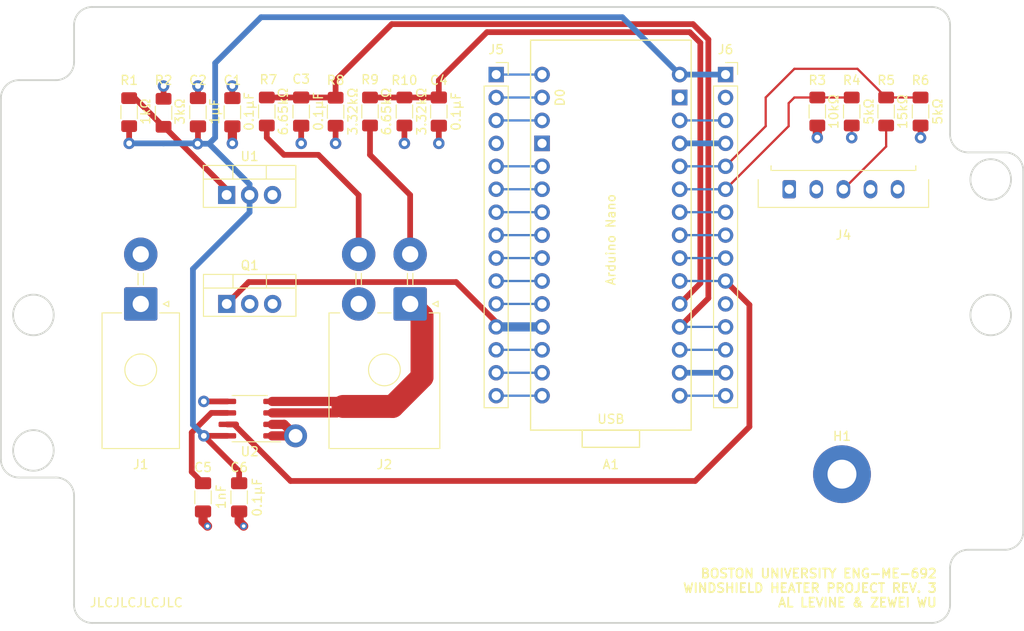
<source format=kicad_pcb>
(kicad_pcb (version 20240108) (generator "pcbnew") (generator_version "8.0")
  (title_block (title "Windshield Heater Controller PCB") (date "2024-05-02") (rev "3") (company "ME692"))
  (layers (0 "F.Cu" signal) (1 "In1.Cu" signal) (2 "In2.Cu" signal) (31 "B.Cu" signal) (34 "B.Paste" user) (35 "F.Paste" user) (36 "B.SilkS" user "B.Silkscreen") (37 "F.SilkS" user "F.Silkscreen") (38 "B.Mask" user) (39 "F.Mask" user) (44 "Edge.Cuts" user))
  (net 0 "")
  (net 1 "+3V3")
  (net 2 "/A0")
  (net 3 "/A1")
  (net 4 "/A2")
  (net 5 "/A3")
  (net 6 "/A4")
  (net 7 "/A5")
  (net 8 "/A6")
  (net 9 "/A7")
  (net 10 "/AREF")
  (net 11 "/D0")
  (net 12 "/D1")
  (net 13 "/D2")
  (net 14 "/D3")
  (net 15 "/D4")
  (net 16 "/D5")
  (net 17 "/D6")
  (net 18 "/D7")
  (net 19 "/D8")
  (net 20 "/D9")
  (net 21 "/D10")
  (net 22 "/D11")
  (net 23 "/D12")
  (net 24 "/D13")
  (net 25 "GND")
  (net 26 "+12V")
  (net 28 "Net-(J4-Pin_3)")
  (net 29 "+5V")
  (net 30 "Net-(U1-ADJ)")
  (net 31 "Net-(J2-Pin_1)")
  (net 32 "/RST1")
  (net 33 "/RST2")
  (net 34 "Net-(J2-Pin_2)")
  (net 35 "Net-(U2-FILTER)")
  (net 36 "Net-(J2-Pin_3)")
  (net 37 "Net-(J2-Pin_4)")
  (footprint "Resistor_SMD:R_1206_3216Metric_Pad1.30x1.75mm_HandSolder" (layer "F.Cu") (at 99.06 67.59 90)
    (property "Reference" "R7" (at 3.53 0.1825 180) (layer "F.SilkS"))
    (property "Value" "6.65kΩ" (at 0 1.82 90) (layer "F.SilkS"))
    (fp_line (start -0.727064 -0.91) (end 0.727064 -0.91) (stroke (width 0.12)) (layer "F.SilkS"))
    (fp_line (start -0.727064 0.91) (end 0.727064 0.91) (stroke (width 0.12)) (layer "F.SilkS"))
    (pad "1" smd roundrect (at -1.55 0 90) (size 1.3 1.75) (layers "F.Cu" "F.Paste" "F.Mask") (roundrect_rratio 0.192308) (net 37 "Net-(J2-Pin_4)"))
    (pad "2" smd roundrect (at 1.55 0 90) (size 1.3 1.75) (layers "F.Cu" "F.Paste" "F.Mask") (roundrect_rratio 0.192308) (net 2 "/A0"))
  )
  (footprint "Capacitor_SMD:C_1206_3216Metric_Pad1.33x1.80mm_HandSolder" (layer "F.Cu") (at 102.87 67.6025 -90)
    (property "Reference" "C3" (at -3.6025 0 0) (layer "F.SilkS"))
    (property "Value" "0.1μF" (at -0.0125 -1.905 -90) (layer "F.SilkS"))
    (fp_line (start -0.711252 0.91) (end 0.711252 0.91) (stroke (width 0.12)) (layer "F.SilkS"))
    (fp_line (start -0.711252 -0.91) (end 0.711252 -0.91) (stroke (width 0.12)) (layer "F.SilkS"))
    (pad "1" smd roundrect (at -1.5625 0 270) (size 1.325 1.8) (layers "F.Cu" "F.Paste" "F.Mask") (roundrect_rratio 0.188679) (net 2 "/A0"))
    (pad "2" smd roundrect (at 1.5625 0 270) (size 1.325 1.8) (layers "F.Cu" "F.Paste" "F.Mask") (roundrect_rratio 0.188679) (net 25 "GND"))
  )
  (footprint "Package_TO_SOT_THT:TO-220-3_Vertical" (layer "F.Cu") (at 94.63 88.9)
    (property "Reference" "Q1" (at 2.54 -4.27 0) (layer "F.SilkS"))
    (property "Value" "Power MOSFET")
    (fp_line (start -2.58 -3.27) (end -2.58 1.371) (stroke (width 0.12)) (layer "F.SilkS"))
    (fp_line (start -2.58 -3.27) (end 7.66 -3.27) (stroke (width 0.12)) (layer "F.SilkS"))
    (fp_line (start -2.58 -1.76) (end 7.66 -1.76) (stroke (width 0.12)) (layer "F.SilkS"))
    (fp_line (start -2.58 1.371) (end 7.66 1.371) (stroke (width 0.12)) (layer "F.SilkS"))
    (fp_line (start 0.69 -3.27) (end 0.69 -1.76) (stroke (width 0.12)) (layer "F.SilkS"))
    (fp_line (start 4.391 -3.27) (end 4.391 -1.76) (stroke (width 0.12)) (layer "F.SilkS"))
    (fp_line (start 7.66 -3.27) (end 7.66 1.371) (stroke (width 0.12)) (layer "F.SilkS"))
    (pad "1" thru_hole rect (at 0 0) (size 1.905 2) (drill 1.1) (layers "*.Cu" "*.Mask") (net 20 "/D9"))
    (pad "2" thru_hole oval (at 2.54 0) (size 1.905 2) (drill 1.1) (layers "*.Cu" "*.Mask") (net 34 "Net-(J2-Pin_2)"))
    (pad "3" thru_hole oval (at 5.08 0) (size 1.905 2) (drill 1.1) (layers "*.Cu" "*.Mask") (net 25 "GND"))
  )
  (footprint "Connector_PinSocket_2.54mm:PinSocket_1x15_P2.54mm_Vertical" (layer "F.Cu") (at 149.86 63.5)
    (property "Reference" "J6" (at 0 -2.77 0) (layer "F.SilkS"))
    (property "Value" "GPIO")
    (fp_line (start -1.33 1.27) (end -1.33 36.89) (stroke (width 0.12)) (layer "F.SilkS"))
    (fp_line (start -1.33 1.27) (end 1.33 1.27) (stroke (width 0.12)) (layer "F.SilkS"))
    (fp_line (start -1.33 36.89) (end 1.33 36.89) (stroke (width 0.12)) (layer "F.SilkS"))
    (fp_line (start 0 -1.33) (end 1.33 -1.33) (stroke (width 0.12)) (layer "F.SilkS"))
    (fp_line (start 1.33 -1.33) (end 1.33 0) (stroke (width 0.12)) (layer "F.SilkS"))
    (fp_line (start 1.33 1.27) (end 1.33 36.89) (stroke (width 0.12)) (layer "F.SilkS"))
    (pad "1" thru_hole rect (at 0 0) (size 1.7 1.7) (drill 1) (layers "*.Cu" "*.Mask") (net 29 "+5V"))
    (pad "2" thru_hole oval (at 0 2.54) (size 1.7 1.7) (drill 1) (layers "*.Cu" "*.Mask") (net 25 "GND"))
    (pad "3" thru_hole oval (at 0 5.08) (size 1.7 1.7) (drill 1) (layers "*.Cu" "*.Mask") (net 33 "/RST2"))
    (pad "4" thru_hole oval (at 0 7.62) (size 1.7 1.7) (drill 1) (layers "*.Cu" "*.Mask") (net 29 "+5V"))
    (pad "5" thru_hole oval (at 0 10.16) (size 1.7 1.7) (drill 1) (layers "*.Cu" "*.Mask") (net 9 "/A7"))
    (pad "6" thru_hole oval (at 0 12.7) (size 1.7 1.7) (drill 1) (layers "*.Cu" "*.Mask") (net 8 "/A6"))
    (pad "7" thru_hole oval (at 0 15.24) (size 1.7 1.7) (drill 1) (layers "*.Cu" "*.Mask") (net 7 "/A5"))
    (pad "8" thru_hole oval (at 0 17.78) (size 1.7 1.7) (drill 1) (layers "*.Cu" "*.Mask") (net 6 "/A4"))
    (pad "9" thru_hole oval (at 0 20.32) (size 1.7 1.7) (drill 1) (layers "*.Cu" "*.Mask") (net 5 "/A3"))
    (pad "10" thru_hole oval (at 0 22.86) (size 1.7 1.7) (drill 1) (layers "*.Cu" "*.Mask") (net 4 "/A2"))
    (pad "11" thru_hole oval (at 0 25.4) (size 1.7 1.7) (drill 1) (layers "*.Cu" "*.Mask") (net 3 "/A1"))
    (pad "12" thru_hole oval (at 0 27.94) (size 1.7 1.7) (drill 1) (layers "*.Cu" "*.Mask") (net 2 "/A0"))
    (pad "13" thru_hole oval (at 0 30.48) (size 1.7 1.7) (drill 1) (layers "*.Cu" "*.Mask") (net 10 "/AREF"))
    (pad "14" thru_hole oval (at 0 33.02) (size 1.7 1.7) (drill 1) (layers "*.Cu" "*.Mask") (net 1 "+3V3"))
    (pad "15" thru_hole oval (at 0 35.56) (size 1.7 1.7) (drill 1) (layers "*.Cu" "*.Mask") (net 24 "/D13"))
  )
  (footprint "Connector_Molex:Molex_Mega-Fit_76825-0002_2x01_P5.70mm_Horizontal" (layer "F.Cu") (at 85.105 88.9 180)
    (property "Reference" "J1" (at 0 -17.78 0) (layer "F.SilkS"))
    (property "Value" "Power In" (hide yes))
    (fp_line (start 4.285 -0.99) (end 2.11 -0.99) (stroke (width 0.12)) (layer "F.SilkS"))
    (fp_line (start 4.285 -16.01) (end 4.285 -0.99) (stroke (width 0.12)) (layer "F.SilkS"))
    (fp_line (start 0.3 2.11) (end 0.3 3.39) (stroke (width 0.12)) (layer "F.SilkS"))
    (fp_line (start 0 -16.01) (end 4.285 -16.01) (stroke (width 0.12)) (layer "F.SilkS"))
    (fp_line (start 0 -16.01) (end -4.285 -16.01) (stroke (width 0.12)) (layer "F.SilkS"))
    (fp_line (start -0.3 2.11) (end -0.3 3.39) (stroke (width 0.12)) (layer "F.SilkS"))
    (fp_line (start -2.5 0) (end -3.1 0.3) (stroke (width 0.12)) (layer "F.SilkS"))
    (fp_line (start -3.1 0.3) (end -3.1 -0.3) (stroke (width 0.12)) (layer "F.SilkS"))
    (fp_line (start -3.1 -0.3) (end -2.5 0) (stroke (width 0.12)) (layer "F.SilkS"))
    (fp_line (start -4.285 -0.99) (end -2.11 -0.99) (stroke (width 0.12)) (layer "F.SilkS"))
    (fp_line (start -4.285 -16.01) (end -4.285 -0.99) (stroke (width 0.12)) (layer "F.SilkS"))
    (fp_circle (center 0 -7.3) (end 1.76 -7.3) (stroke (width 0.12)) (fill none) (layer "F.SilkS"))
    (pad "" np_thru_hole circle (at 0 -7.3 180) (size 3 3) (drill 3) (layers "*.Cu" "*.Mask"))
    (pad "1" thru_hole roundrect (at 0 0 180) (size 3.7 3.7) (drill 1.8) (layers "*.Cu" "*.Mask") (roundrect_rratio 0.06756810811) (net 25 "GND"))
    (pad "2" thru_hole circle (at 0 5.5 180) (size 3.7 3.7) (drill 1.8) (layers "*.Cu" "*.Mask") (net 26 "+12V"))
  )
  (footprint "Resistor_SMD:R_1206_3216Metric_Pad1.30x1.75mm_HandSolder" (layer "F.Cu") (at 87.63 67.735 90)
    (property "Reference" "R2" (at 3.6 0 180) (layer "F.SilkS"))
    (property "Value" "3kΩ" (at 0.145 1.82 90) (layer "F.SilkS"))
    (fp_line (start -0.727064 -0.91) (end 0.727064 -0.91) (stroke (width 0.12)) (layer "F.SilkS"))
    (fp_line (start -0.727064 0.91) (end 0.727064 0.91) (stroke (width 0.12)) (layer "F.SilkS"))
    (pad "1" smd roundrect (at -1.55 0 90) (size 1.3 1.75) (layers "F.Cu" "F.Paste" "F.Mask") (roundrect_rratio 0.1923076923) (net 30 "Net-(U1-ADJ)"))
    (pad "2" smd roundrect (at 1.55 0 90) (size 1.3 1.75) (layers "F.Cu" "F.Paste" "F.Mask") (roundrect_rratio 0.1923076923) (net 25 "GND"))
  )
  (footprint "Connector_Molex:Molex_Mega-Fit_76825-0004_2x02_P5.70mm_Horizontal" (layer "F.Cu") (at 114.935 88.9 180)
    (property "Reference" "J2" (at 2.85 -17.78 0) (layer "F.SilkS"))
    (property "Value" "Heater" (hide yes))
    (fp_line (start 8.985 -0.99) (end 7.81 -0.99) (stroke (width 0.12)) (layer "F.SilkS"))
    (fp_line (start 8.985 -16.01) (end 8.985 -0.99) (stroke (width 0.12)) (layer "F.SilkS"))
    (fp_line (start 6 2.11) (end 6 3.39) (stroke (width 0.12)) (layer "F.SilkS"))
    (fp_line (start 5.4 2.11) (end 5.4 3.39) (stroke (width 0.12)) (layer "F.SilkS"))
    (fp_line (start 2.85 -16.01) (end 8.985 -16.01) (stroke (width 0.12)) (layer "F.SilkS"))
    (fp_line (start 2.85 -16.01) (end -3.285 -16.01) (stroke (width 0.12)) (layer "F.SilkS"))
    (fp_line (start 2.11 -0.99) (end 3.59 -0.99) (stroke (width 0.12)) (layer "F.SilkS"))
    (fp_line (start 0.3 2.11) (end 0.3 3.39) (stroke (width 0.12)) (layer "F.SilkS"))
    (fp_line (start -0.3 2.11) (end -0.3 3.39) (stroke (width 0.12)) (layer "F.SilkS"))
    (fp_line (start -2.5 0) (end -3.1 0.3) (stroke (width 0.12)) (layer "F.SilkS"))
    (fp_line (start -3.1 0.3) (end -3.1 -0.3) (stroke (width 0.12)) (layer "F.SilkS"))
    (fp_line (start -3.1 -0.3) (end -2.5 0) (stroke (width 0.12)) (layer "F.SilkS"))
    (fp_line (start -3.285 -0.99) (end -2.11 -0.99) (stroke (width 0.12)) (layer "F.SilkS"))
    (fp_line (start -3.285 -16.01) (end -3.285 -0.99) (stroke (width 0.12)) (layer "F.SilkS"))
    (fp_circle (center 2.85 -7.3) (end 4.61 -7.3) (stroke (width 0.12)) (fill none) (layer "F.SilkS"))
    (pad "" np_thru_hole circle (at 2.85 -7.3 180) (size 3 3) (drill 3) (layers "*.Cu" "*.Mask"))
    (pad "1" thru_hole roundrect (at 0 0 180) (size 3.7 3.7) (drill 1.8) (layers "*.Cu" "*.Mask") (roundrect_rratio 0.067568) (net 31 "Net-(J2-Pin_1)"))
    (pad "2" thru_hole circle (at 5.7 0 180) (size 3.7 3.7) (drill 1.8) (layers "*.Cu" "*.Mask") (net 34 "Net-(J2-Pin_2)"))
    (pad "3" thru_hole circle (at 0 5.5 180) (size 3.7 3.7) (drill 1.8) (layers "*.Cu" "*.Mask") (net 36 "Net-(J2-Pin_3)"))
    (pad "4" thru_hole circle (at 5.7 5.5 180) (size 3.7 3.7) (drill 1.8) (layers "*.Cu" "*.Mask") (net 37 "Net-(J2-Pin_4)"))
  )
  (footprint "Package_TO_SOT_THT:TO-220-3_Vertical" (layer "F.Cu") (at 94.615 76.835)
    (property "Reference" "U1" (at 2.54 -4.27 0) (layer "F.SilkS"))
    (property "Value" "Voltage Regulator")
    (fp_line (start -2.58 -3.27) (end -2.58 1.371) (stroke (width 0.12)) (layer "F.SilkS"))
    (fp_line (start -2.58 -3.27) (end 7.66 -3.27) (stroke (width 0.12)) (layer "F.SilkS"))
    (fp_line (start -2.58 -1.76) (end 7.66 -1.76) (stroke (width 0.12)) (layer "F.SilkS"))
    (fp_line (start -2.58 1.371) (end 7.66 1.371) (stroke (width 0.12)) (layer "F.SilkS"))
    (fp_line (start 0.69 -3.27) (end 0.69 -1.76) (stroke (width 0.12)) (layer "F.SilkS"))
    (fp_line (start 4.391 -3.27) (end 4.391 -1.76) (stroke (width 0.12)) (layer "F.SilkS"))
    (fp_line (start 7.66 -3.27) (end 7.66 1.371) (stroke (width 0.12)) (layer "F.SilkS"))
    (pad "1" thru_hole rect (at 0 0) (size 1.905 2) (drill 1.1) (layers "*.Cu" "*.Mask") (net 30 "Net-(U1-ADJ)"))
    (pad "2" thru_hole oval (at 2.54 0) (size 1.905 2) (drill 1.1) (layers "*.Cu" "*.Mask") (net 29 "+5V"))
    (pad "3" thru_hole oval (at 5.08 0) (size 1.905 2) (drill 1.1) (layers "*.Cu" "*.Mask") (net 26 "+12V"))
  )
  (footprint "Resistor_SMD:R_1206_3216Metric_Pad1.30x1.75mm_HandSolder" (layer "F.Cu") (at 171.45 67.59 -90)
    (property "Reference" "R6" (at -3.455 0 0) (layer "F.SilkS"))
    (property "Value" "5kΩ" (at 0 -1.905 90) (layer "F.SilkS"))
    (fp_line (start -0.727064 0.91) (end 0.727064 0.91) (stroke (width 0.12)) (layer "F.SilkS"))
    (fp_line (start -0.727064 -0.91) (end 0.727064 -0.91) (stroke (width 0.12)) (layer "F.SilkS"))
    (pad "1" smd roundrect (at -1.55 0 270) (size 1.3 1.75) (layers "F.Cu" "F.Paste" "F.Mask") (roundrect_rratio 0.1923076923) (net 9 "/A7"))
    (pad "2" smd roundrect (at 1.55 0 270) (size 1.3 1.75) (layers "F.Cu" "F.Paste" "F.Mask") (roundrect_rratio 0.1923076923) (net 25 "GND"))
  )
  (footprint "Capacitor_SMD:C_1206_3216Metric_Pad1.33x1.80mm_HandSolder" (layer "F.Cu") (at 118.11 67.6025 -90)
    (property "Reference" "C4" (at -3.4675 0 0) (layer "F.SilkS"))
    (property "Value" "0.1μF" (at -0.0125 -1.905 -90) (layer "F.SilkS"))
    (fp_line (start -0.711252 0.91) (end 0.711252 0.91) (stroke (width 0.12)) (layer "F.SilkS"))
    (fp_line (start -0.711252 -0.91) (end 0.711252 -0.91) (stroke (width 0.12)) (layer "F.SilkS"))
    (pad "1" smd roundrect (at -1.5625 0 270) (size 1.325 1.8) (layers "F.Cu" "F.Paste" "F.Mask") (roundrect_rratio 0.188679) (net 3 "/A1"))
    (pad "2" smd roundrect (at 1.5625 0 270) (size 1.325 1.8) (layers "F.Cu" "F.Paste" "F.Mask") (roundrect_rratio 0.188679) (net 25 "GND"))
  )
  (footprint "Capacitor_SMD:C_1206_3216Metric_Pad1.33x1.80mm_HandSolder" (layer "F.Cu") (at 91.44 67.6725 90)
    (property "Reference" "C2" (at 3.5375 0 180) (layer "F.SilkS"))
    (property "Value" "1μF" (at 0.0825 1.85 90) (layer "F.SilkS"))
    (fp_line (start -0.711252 -0.91) (end 0.711252 -0.91) (stroke (width 0.12)) (layer "F.SilkS"))
    (fp_line (start -0.711252 0.91) (end 0.711252 0.91) (stroke (width 0.12)) (layer "F.SilkS"))
    (pad "1" smd roundrect (at -1.5625 0 90) (size 1.325 1.8) (layers "F.Cu" "F.Paste" "F.Mask") (roundrect_rratio 0.1886792453) (net 29 "+5V"))
    (pad "2" smd roundrect (at 1.5625 0 90) (size 1.325 1.8) (layers "F.Cu" "F.Paste" "F.Mask") (roundrect_rratio 0.1886792453) (net 25 "GND"))
  )
  (footprint "Capacitor_SMD:C_1206_3216Metric_Pad1.33x1.80mm_HandSolder" (layer "F.Cu") (at 96 110.3125 -90)
    (property "Reference" "C6" (at -3.3125 0 180) (layer "F.SilkS"))
    (property "Value" "0.1μF" (at 0 -2 90) (layer "F.SilkS"))
    (fp_line (start -0.711252 0.91) (end 0.711252 0.91) (stroke (width 0.12)) (layer "F.SilkS"))
    (fp_line (start -0.711252 -0.91) (end 0.711252 -0.91) (stroke (width 0.12)) (layer "F.SilkS"))
    (pad "1" smd roundrect (at -1.5625 0 270) (size 1.325 1.8) (layers "F.Cu" "F.Paste" "F.Mask") (roundrect_rratio 0.188679) (net 29 "+5V"))
    (pad "2" smd roundrect (at 1.5625 0 270) (size 1.325 1.8) (layers "F.Cu" "F.Paste" "F.Mask") (roundrect_rratio 0.188679) (net 25 "GND"))
  )
  (footprint "PCM_arduino-library:Arduino_Nano_Socket" (layer "F.Cu") (at 137.16 102.87)
    (property "Reference" "A1" (at 0 3.81 0) (layer "F.SilkS"))
    (property "Value" "Arduino Nano" (at 0 -21.082 90) (layer "F.SilkS"))
    (fp_line (start -8.89 -43.18) (end -8.89 0) (stroke (width 0.15)) (layer "F.SilkS"))
    (fp_line (start -8.89 -43.18) (end 8.89 -43.18) (stroke (width 0.15)) (layer "F.SilkS"))
    (fp_line (start -8.89 0) (end 8.89 0) (stroke (width 0.15)) (layer "F.SilkS"))
    (fp_line (start 8.89 -43.18) (end 8.89 0) (stroke (width 0.15)) (layer "F.SilkS"))
    (fp_text user "D0" (at -5.715 -36.83 -90) (layer "F.SilkS") (effects (justify mirror)))
    (pad "" np_thru_hole circle (at -7.62 -41.91) (size 1.8 1.8) (drill 1.8) (layers "F&B.Cu" "*.Mask"))
    (pad "" np_thru_hole circle (at -7.62 -1.27) (size 1.8 1.8) (drill 1.8) (layers "F&B.Cu" "*.Mask"))
    (pad "" np_thru_hole circle (at 7.62 -41.91) (size 1.8 1.8) (drill 1.8) (layers "F&B.Cu" "*.Mask"))
    (pad "" np_thru_hole circle (at 7.62 -1.27) (size 1.8 1.8) (drill 1.8) (layers "F&B.Cu" "*.Mask"))
    (pad "3V3" thru_hole circle (at 7.62 -6.35) (size 1.7272 1.7272) (drill 1.016) (layers "*.Cu" "*.Mask") (net 1 "+3V3"))
    (pad "5V" thru_hole circle (at 7.62 -31.75) (size 1.7272 1.7272) (drill 1.016) (layers "*.Cu" "*.Mask") (net 29 "+5V"))
    (pad "A0" thru_hole circle (at 7.62 -11.43) (size 1.7272 1.7272) (drill 1.016) (layers "*.Cu" "*.Mask") (net 2 "/A0"))
    (pad "A1" thru_hole circle (at 7.62 -13.97) (size 1.7272 1.7272) (drill 1.016) (layers "*.Cu" "*.Mask") (net 3 "/A1"))
    (pad "A2" thru_hole circle (at 7.62 -16.51) (size 1.7272 1.7272) (drill 1.016) (layers "*.Cu" "*.Mask") (net 4 "/A2"))
    (pad "A3" thru_hole circle (at 7.62 -19.05) (size 1.7272 1.7272) (drill 1.016) (layers "*.Cu" "*.Mask") (net 5 "/A3"))
    (pad "A4" thru_hole circle (at 7.62 -21.59) (size 1.7272 1.7272) (drill 1.016) (layers "*.Cu" "*.Mask") (net 6 "/A4"))
    (pad "A5" thru_hole circle (at 7.62 -24.13) (size 1.7272 1.7272) (drill 1.016) (layers "*.Cu" "*.Mask") (net 7 "/A5"))
    (pad "A6" thru_hole circle (at 7.62 -26.67) (size 1.7272 1.7272) (drill 1.016) (layers "*.Cu" "*.Mask") (net 8 "/A6"))
    (pad "A7" thru_hole circle (at 7.62 -29.21) (size 1.7272 1.7272) (drill 1.016) (layers "*.Cu" "*.Mask") (net 9 "/A7"))
    (pad "AREF" thru_hole circle (at 7.62 -8.89) (size 1.7272 1.7272) (drill 1.016) (layers "*.Cu" "*.Mask") (net 10 "/AREF"))
    (pad "D0" thru_hole circle (at -7.62 -36.83) (size 1.7272 1.7272) (drill 1.016) (layers "*.Cu" "*.Mask") (net 11 "/D0"))
    (pad "D1" thru_hole circle (at -7.62 -39.37) (size 1.7272 1.7272) (drill 1.016) (layers "*.Cu" "*.Mask") (net 12 "/D1"))
    (pad "D2" thru_hole circle (at -7.62 -29.21) (size 1.7272 1.7272) (drill 1.016) (layers "*.Cu" "*.Mask") (net 13 "/D2"))
    (pad "D3" thru_hole circle (at -7.62 -26.67) (size 1.7272 1.7272) (drill 1.016) (layers "*.Cu" "*.Mask") (net 14 "/D3"))
    (pad "D4" thru_hole circle (at -7.62 -24.13) (size 1.7272 1.7272) (drill 1.016) (layers "*.Cu" "*.Mask") (net 15 "/D4"))
    (pad "D5" thru_hole circle (at -7.62 -21.59) (size 1.7272 1.7272) (drill 1.016) (layers "*.Cu" "*.Mask") (net 16 "/D5"))
    (pad "D6" thru_hole circle (at -7.62 -19.05) (size 1.7272 1.7272) (drill 1.016) (layers "*.Cu" "*.Mask") (net 17 "/D6"))
    (pad "D7" thru_hole circle (at -7.62 -16.51) (size 1.7272 1.7272) (drill 1.016) (layers "*.Cu" "*.Mask") (net 18 "/D7"))
    (pad "D8" thru_hole circle (at -7.62 -13.97) (size 1.7272 1.7272) (drill 1.016) (layers "*.Cu" "*.Mask") (net 19 "/D8"))
    (pad "D9" thru_hole circle (at -7.62 -11.43) (size 1.7272 1.7272) (drill 1.016) (layers "*.Cu" "*.Mask") (net 20 "/D9"))
    (pad "D10" thru_hole circle (at -7.62 -8.89) (size 1.7272 1.7272) (drill 1.016) (layers "*.Cu" "*.Mask") (net 21 "/D10"))
    (pad "D11" thru_hole circle (at -7.62 -6.35) (size 1.7272 1.7272) (drill 1.016) (layers "*.Cu" "*.Mask") (net 22 "/D11"))
    (pad "D12" thru_hole circle (at -7.62 -3.81) (size 1.7272 1.7272) (drill 1.016) (layers "*.Cu" "*.Mask") (net 23 "/D12"))
    (pad "D13" thru_hole circle (at 7.62 -3.81) (size 1.7272 1.7272) (drill 1.016) (layers "*.Cu" "*.Mask") (net 24 "/D13"))
    (pad "GND1" thru_hole rect (at -7.62 -31.75) (size 1.7272 1.7272) (drill 1.016) (layers "*.Cu" "*.Mask") (net 25 "GND"))
    (pad "GND2" thru_hole rect (at 7.62 -36.83) (size 1.7272 1.7272) (drill 1.016) (layers "*.Cu" "*.Mask") (net 25 "GND"))
    (pad "RST1" thru_hole circle (at -7.62 -34.29) (size 1.7272 1.7272) (drill 1.016) (layers "*.Cu" "*.Mask") (net 32 "/RST1"))
    (pad "RST2" thru_hole circle (at 7.62 -34.29) (size 1.7272 1.7272) (drill 1.016) (layers "*.Cu" "*.Mask") (net 33 "/RST2"))
    (pad "VIN" thru_hole circle (at 7.62 -39.37) (size 1.7272 1.7272) (drill 1.016) (layers "*.Cu" "*.Mask") (net 29 "+5V"))
  )
  (footprint "Connector_PinSocket_2.54mm:PinSocket_1x15_P2.54mm_Vertical" (layer "F.Cu") (at 124.46 63.5)
    (property "Reference" "J5" (at 0 -2.77 0) (layer "F.SilkS"))
    (property "Value" "GPIO")
    (fp_line (start -1.33 1.27) (end -1.33 36.89) (stroke (width 0.12)) (layer "F.SilkS"))
    (fp_line (start -1.33 1.27) (end 1.33 1.27) (stroke (width 0.12)) (layer "F.SilkS"))
    (fp_line (start -1.33 36.89) (end 1.33 36.89) (stroke (width 0.12)) (layer "F.SilkS"))
    (fp_line (start 0 -1.33) (end 1.33 -1.33) (stroke (width 0.12)) (layer "F.SilkS"))
    (fp_line (start 1.33 -1.33) (end 1.33 0) (stroke (width 0.12)) (layer "F.SilkS"))
    (fp_line (start 1.33 1.27) (end 1.33 36.89) (stroke (width 0.12)) (layer "F.SilkS"))
    (pad "1" thru_hole rect (at 0 0) (size 1.7 1.7) (drill 1) (layers "*.Cu" "*.Mask") (net 12 "/D1"))
    (pad "2" thru_hole oval (at 0 2.54) (size 1.7 1.7) (drill 1) (layers "*.Cu" "*.Mask") (net 11 "/D0"))
    (pad "3" thru_hole oval (at 0 5.08) (size 1.7 1.7) (drill 1) (layers "*.Cu" "*.Mask") (net 32 "/RST1"))
    (pad "4" thru_hole oval (at 0 7.62) (size 1.7 1.7) (drill 1) (layers "*.Cu" "*.Mask") (net 25 "GND"))
    (pad "5" thru_hole oval (at 0 10.16) (size 1.7 1.7) (drill 1) (layers "*.Cu" "*.Mask") (net 13 "/D2"))
    (pad "6" thru_hole oval (at 0 12.7) (size 1.7 1.7) (drill 1) (layers "*.Cu" "*.Mask") (net 14 "/D3"))
    (pad "7" thru_hole oval (at 0 15.24) (size 1.7 1.7) (drill 1) (layers "*.Cu" "*.Mask") (net 15 "/D4"))
    (pad "8" thru_hole oval (at 0 17.78) (size 1.7 1.7) (drill 1) (layers "*.Cu" "*.Mask") (net 16 "/D5"))
    (pad "9" thru_hole oval (at 0 20.32) (size 1.7 1.7) (drill 1) (layers "*.Cu" "*.Mask") (net 17 "/D6"))
    (pad "10" thru_hole oval (at 0 22.86) (size 1.7 1.7) (drill 1) (layers "*.Cu" "*.Mask") (net 18 "/D7"))
    (pad "11" thru_hole oval (at 0 25.4) (size 1.7 1.7) (drill 1) (layers "*.Cu" "*.Mask") (net 19 "/D8"))
    (pad "12" thru_hole oval (at 0 27.94) (size 1.7 1.7) (drill 1) (layers "*.Cu" "*.Mask") (net 20 "/D9"))
    (pad "13" thru_hole oval (at 0 30.48) (size 1.7 1.7) (drill 1) (layers "*.Cu" "*.Mask") (net 21 "/D10"))
    (pad "14" thru_hole oval (at 0 33.02) (size 1.7 1.7) (drill 1) (layers "*.Cu" "*.Mask") (net 22 "/D11"))
    (pad "15" thru_hole oval (at 0 35.56) (size 1.7 1.7) (drill 1) (layers "*.Cu" "*.Mask") (net 23 "/D12"))
  )
  (footprint "Resistor_SMD:R_1206_3216Metric_Pad1.30x1.75mm_HandSolder" (layer "F.Cu") (at 163.83 67.59 -90)
    (property "Reference" "R4" (at -3.455 0 0) (layer "F.SilkS"))
    (property "Value" "5kΩ" (at 0 -1.905 90) (layer "F.SilkS"))
    (fp_line (start -0.727064 0.91) (end 0.727064 0.91) (stroke (width 0.12)) (layer "F.SilkS"))
    (fp_line (start -0.727064 -0.91) (end 0.727064 -0.91) (stroke (width 0.12)) (layer "F.SilkS"))
    (pad "1" smd roundrect (at -1.55 0 270) (size 1.3 1.75) (layers "F.Cu" "F.Paste" "F.Mask") (roundrect_rratio 0.1923076923) (net 8 "/A6"))
    (pad "2" smd roundrect (at 1.55 0 270) (size 1.3 1.75) (layers "F.Cu" "F.Paste" "F.Mask") (roundrect_rratio 0.1923076923) (net 25 "GND"))
  )
  (footprint "Resistor_SMD:R_1206_3216Metric_Pad1.30x1.75mm_HandSolder" (layer "F.Cu") (at 106.68 67.615 -90)
    (property "Reference" "R8" (at -3.48 0 0) (layer "F.SilkS"))
    (property "Value" "3.32kΩ" (at -0.025 -1.905 -90) (layer "F.SilkS"))
    (fp_line (start -0.727064 0.91) (end 0.727064 0.91) (stroke (width 0.12)) (layer "F.SilkS"))
    (fp_line (start -0.727064 -0.91) (end 0.727064 -0.91) (stroke (width 0.12)) (layer "F.SilkS"))
    (pad "1" smd roundrect (at -1.55 0 270) (size 1.3 1.75) (layers "F.Cu" "F.Paste" "F.Mask") (roundrect_rratio 0.192308) (net 2 "/A0"))
    (pad "2" smd roundrect (at 1.55 0 270) (size 1.3 1.75) (layers "F.Cu" "F.Paste" "F.Mask") (roundrect_rratio 0.192308) (net 25 "GND"))
  )
  (footprint "Resistor_SMD:R_1206_3216Metric_Pad1.30x1.75mm_HandSolder" (layer "F.Cu") (at 83.82 67.66 90)
    (property "Reference" "R1" (at 3.525 0 180) (layer "F.SilkS"))
    (property "Value" "1kΩ" (at 0.07 1.82 90) (layer "F.SilkS"))
    (fp_line (start -0.727064 -0.91) (end 0.727064 -0.91) (stroke (width 0.12)) (layer "F.SilkS"))
    (fp_line (start -0.727064 0.91) (end 0.727064 0.91) (stroke (width 0.12)) (layer "F.SilkS"))
    (pad "1" smd roundrect (at -1.55 0 90) (size 1.3 1.75) (layers "F.Cu" "F.Paste" "F.Mask") (roundrect_rratio 0.1923076923) (net 29 "+5V"))
    (pad "2" smd roundrect (at 1.55 0 90) (size 1.3 1.75) (layers "F.Cu" "F.Paste" "F.Mask") (roundrect_rratio 0.1923076923) (net 30 "Net-(U1-ADJ)"))
  )
  (footprint "Resistor_SMD:R_1206_3216Metric_Pad1.30x1.75mm_HandSolder" (layer "F.Cu") (at 167.64 67.59 90)
    (property "Reference" "R5" (at 3.455 0 180) (layer "F.SilkS"))
    (property "Value" "15kΩ" (at 0 1.82 90) (layer "F.SilkS"))
    (fp_line (start -0.727064 -0.91) (end 0.727064 -0.91) (stroke (width 0.12)) (layer "F.SilkS"))
    (fp_line (start -0.727064 0.91) (end 0.727064 0.91) (stroke (width 0.12)) (layer "F.SilkS"))
    (pad "1" smd roundrect (at -1.55 0 90) (size 1.3 1.75) (layers "F.Cu" "F.Paste" "F.Mask") (roundrect_rratio 0.1923076923) (net 28 "Net-(J4-Pin_3)"))
    (pad "2" smd roundrect (at 1.55 0 90) (size 1.3 1.75) (layers "F.Cu" "F.Paste" "F.Mask") (roundrect_rratio 0.1923076923) (net 9 "/A7"))
  )
  (footprint "Connector_Molex:Molex_Micro-Fit_3.0_43650-0515_1x05_P3.00mm_Vertical" (layer "F.Cu") (at 156.91 76.2)
    (property "Reference" "J4" (at 6 5.08 0) (layer "F.SilkS"))
    (property "Value" "Relay" (hide yes))
    (fp_line (start -3.435 -1.065) (end -3.435 2.01) (stroke (width 0.12)) (layer "F.SilkS"))
    (fp_line (start -3.435 2.01) (end 15.435 2.01) (stroke (width 0.12)) (layer "F.SilkS"))
    (fp_line (start -2.015 -2.58) (end -2.015 -2.08) (stroke (width 0.12)) (layer "F.SilkS"))
    (fp_line (start -2.015 -2.08) (end 14.015 -2.08) (stroke (width 0.12)) (layer "F.SilkS"))
    (fp_line (start -1.995 -2.58) (end -2.015 -2.58) (stroke (width 0.12)) (layer "F.SilkS"))
    (fp_line (start 14.015 -2.58) (end 13.995 -2.58) (stroke (width 0.12)) (layer "F.SilkS"))
    (fp_line (start 14.015 -2.08) (end 14.015 -2.58) (stroke (width 0.12)) (layer "F.SilkS"))
    (fp_line (start 15.435 2.01) (end 15.435 -1.065) (stroke (width 0.12)) (layer "F.SilkS"))
    (pad "" np_thru_hole circle (at -3 -1.96) (size 1.27 1.27) (drill 1.27) (layers "*.Cu" "*.Mask"))
    (pad "" np_thru_hole circle (at 15 -1.96) (size 1.27 1.27) (drill 1.27) (layers "*.Cu" "*.Mask"))
    (pad "1" thru_hole roundrect (at 0 0) (size 1.5 2.02) (drill 1.02) (layers "*.Cu" "*.Mask") (roundrect_rratio 0.1666673333))
    (pad "2" thru_hole oval (at 3 0) (size 1.5 2.02) (drill 1.02) (layers "*.Cu" "*.Mask") (net 26 "+12V"))
    (pad "3" thru_hole oval (at 6 0) (size 1.5 2.02) (drill 1.02) (layers "*.Cu" "*.Mask") (net 28 "Net-(J4-Pin_3)"))
    (pad "4" thru_hole oval (at 9 0) (size 1.5 2.02) (drill 1.02) (layers "*.Cu" "*.Mask") (net 26 "+12V"))
    (pad "5" thru_hole oval (at 12 0) (size 1.5 2.02) (drill 1.02) (layers "*.Cu" "*.Mask") (net 25 "GND"))
  )
  (footprint "Resistor_SMD:R_1206_3216Metric_Pad1.30x1.75mm_HandSolder" (layer "F.Cu") (at 160.02 67.59 90)
    (property "Reference" "R3" (at 3.455 0 180) (layer "F.SilkS"))
    (property "Value" "10kΩ" (at 0 1.82 90) (layer "F.SilkS"))
    (fp_line (start -0.727064 -0.91) (end 0.727064 -0.91) (stroke (width 0.12)) (layer "F.SilkS"))
    (fp_line (start -0.727064 0.91) (end 0.727064 0.91) (stroke (width 0.12)) (layer "F.SilkS"))
    (pad "1" smd roundrect (at -1.55 0 90) (size 1.3 1.75) (layers "F.Cu" "F.Paste" "F.Mask") (roundrect_rratio 0.1923076923) (net 26 "+12V"))
    (pad "2" smd roundrect (at 1.55 0 90) (size 1.3 1.75) (layers "F.Cu" "F.Paste" "F.Mask") (roundrect_rratio 0.1923076923) (net 8 "/A6"))
  )
  (footprint "Capacitor_SMD:C_1206_3216Metric_Pad1.33x1.80mm_HandSolder" (layer "F.Cu") (at 92 110.3125 -90)
    (property "Reference" "C5" (at -3.3125 0 180) (layer "F.SilkS"))
    (property "Value" "1nF" (at -0.0625 -2 90) (layer "F.SilkS"))
    (fp_line (start -0.711252 0.91) (end 0.711252 0.91) (stroke (width 0.12)) (layer "F.SilkS"))
    (fp_line (start -0.711252 -0.91) (end 0.711252 -0.91) (stroke (width 0.12)) (layer "F.SilkS"))
    (pad "1" smd roundrect (at -1.5625 0 270) (size 1.325 1.8) (layers "F.Cu" "F.Paste" "F.Mask") (roundrect_rratio 0.188679) (net 35 "Net-(U2-FILTER)"))
    (pad "2" smd roundrect (at 1.5625 0 270) (size 1.325 1.8) (layers "F.Cu" "F.Paste" "F.Mask") (roundrect_rratio 0.188679) (net 25 "GND"))
  )
  (footprint "Resistor_SMD:R_1206_3216Metric_Pad1.30x1.75mm_HandSolder" (layer "F.Cu") (at 110.49 67.59 90)
    (property "Reference" "R9" (at 3.53 0 180) (layer "F.SilkS"))
    (property "Value" "6.65kΩ" (at 0 1.82 90) (layer "F.SilkS"))
    (fp_line (start -0.727064 -0.91) (end 0.727064 -0.91) (stroke (width 0.12)) (layer "F.SilkS"))
    (fp_line (start -0.727064 0.91) (end 0.727064 0.91) (stroke (width 0.12)) (layer "F.SilkS"))
    (pad "1" smd roundrect (at -1.55 0 90) (size 1.3 1.75) (layers "F.Cu" "F.Paste" "F.Mask") (roundrect_rratio 0.192308) (net 36 "Net-(J2-Pin_3)"))
    (pad "2" smd roundrect (at 1.55 0 90) (size 1.3 1.75) (layers "F.Cu" "F.Paste" "F.Mask") (roundrect_rratio 0.192308) (net 3 "/A1"))
  )
  (footprint "Resistor_SMD:R_1206_3216Metric_Pad1.30x1.75mm_HandSolder" (layer "F.Cu") (at 114.3 67.59 -90)
    (property "Reference" "R10" (at -3.455 0 0) (layer "F.SilkS"))
    (property "Value" "3.32kΩ" (at 0 -1.905 -90) (layer "F.SilkS"))
    (fp_line (start -0.727064 0.91) (end 0.727064 0.91) (stroke (width 0.12)) (layer "F.SilkS"))
    (fp_line (start -0.727064 -0.91) (end 0.727064 -0.91) (stroke (width 0.12)) (layer "F.SilkS"))
    (pad "1" smd roundrect (at -1.55 0 270) (size 1.3 1.75) (layers "F.Cu" "F.Paste" "F.Mask") (roundrect_rratio 0.192308) (net 3 "/A1"))
    (pad "2" smd roundrect (at 1.55 0 270) (size 1.3 1.75) (layers "F.Cu" "F.Paste" "F.Mask") (roundrect_rratio 0.192308) (net 25 "GND"))
  )
  (footprint "Capacitor_SMD:C_1206_3216Metric_Pad1.33x1.80mm_HandSolder" (layer "F.Cu") (at 95.25 67.6725 90)
    (property "Reference" "C1" (at 3.5375 0 180) (layer "F.SilkS"))
    (property "Value" "0.1μF" (at 0.0825 1.85 90) (layer "F.SilkS"))
    (fp_line (start -0.711252 -0.91) (end 0.711252 -0.91) (stroke (width 0.12)) (layer "F.SilkS"))
    (fp_line (start -0.711252 0.91) (end 0.711252 0.91) (stroke (width 0.12)) (layer "F.SilkS"))
    (pad "1" smd roundrect (at -1.5625 0 90) (size 1.325 1.8) (layers "F.Cu" "F.Paste" "F.Mask") (roundrect_rratio 0.1886792453) (net 26 "+12V"))
    (pad "2" smd roundrect (at 1.5625 0 90) (size 1.325 1.8) (layers "F.Cu" "F.Paste" "F.Mask") (roundrect_rratio 0.1886792453) (net 25 "GND"))
  )
  (footprint "MountingHole:MountingHole_3.2mm_M3_Pad" (layer "F.Cu") (at 162.75 107.75)
    (property "Reference" "H1" (at 0 -4.2 0) (layer "F.SilkS"))
    (property "Value" "MountingHole_Pad")
    (pad "1" thru_hole circle (at 0 0) (size 6.4 6.4) (drill 3.2) (layers "*.Cu" "*.Mask") (net 25 "GND"))
  )
  (footprint "Package_SO:SOIC-8_3.9x4.9mm_P1.27mm" (layer "F.Cu") (at 97.17 101.6 180)
    (property "Reference" "U2" (at 0 -3.65 0) (layer "F.SilkS"))
    (property "Value" "Current Sensor IC")
    (fp_line (start 0 2.56) (end 1.95 2.56) (stroke (width 0.12)) (layer "F.SilkS"))
    (fp_line (start 0 2.56) (end -1.95 2.56) (stroke (width 0.12)) (layer "F.SilkS"))
    (fp_line (start 0 -2.56) (end 1.95 -2.56) (stroke (width 0.12)) (layer "F.SilkS"))
    (fp_line (start 0 -2.56) (end -3.45 -2.56) (stroke (width 0.12)) (layer "F.SilkS"))
    (pad "1" smd roundrect (at -2.475 -1.905 180) (size 1.95 0.6) (layers "F.Cu" "F.Paste" "F.Mask") (net 26 "+12V"))
    (pad "2" smd roundrect (at -2.475 -0.635 180) (size 1.95 0.6) (layers "F.Cu" "F.Paste" "F.Mask") (net 26 "+12V"))
    (pad "3" smd roundrect (at -2.475 0.635 180) (size 1.95 0.6) (layers "F.Cu" "F.Paste" "F.Mask") (net 31 "Net-(J2-Pin_1)"))
    (pad "4" smd roundrect (at -2.475 1.905 180) (size 1.95 0.6) (layers "F.Cu" "F.Paste" "F.Mask") (net 31 "Net-(J2-Pin_1)"))
    (pad "5" smd roundrect (at 2.475 1.905 180) (size 1.95 0.6) (layers "F.Cu" "F.Paste" "F.Mask") (net 25 "GND"))
    (pad "6" smd roundrect (at 2.475 0.635 180) (size 1.95 0.6) (layers "F.Cu" "F.Paste" "F.Mask") (net 35 "Net-(U2-FILTER)"))
    (pad "7" smd roundrect (at 2.475 -0.635 180) (size 1.95 0.6) (layers "F.Cu" "F.Paste" "F.Mask") (net 4 "/A2"))
    (pad "8" smd roundrect (at 2.475 -1.905 180) (size 1.95 0.6) (layers "F.Cu" "F.Paste" "F.Mask") (net 29 "+5V"))
  )
  (gr_rect (start 133.985 102.87) (end 140.335 104.775) (stroke (width 0.15)) (fill none) (layer "F.SilkS"))
  (gr_line (start 174.72 58.02) (end 174.72 70.12) (stroke (width 0.2)) (layer "Edge.Cuts"))
  (gr_circle (center 179.22 75.12) (end 181.47 75.12) (stroke (width 0.2)) (fill none) (layer "Edge.Cuts"))
  (gr_arc (start 79.72 124.22) (mid 78.305786 123.634214) (end 77.72 122.22) (stroke (width 0.2)) (layer "Edge.Cuts"))
  (gr_line (start 75.72 64.12) (end 71.62 64.12) (stroke (width 0.2)) (layer "Edge.Cuts"))
  (gr_circle (center 179.22 90.12) (end 181.47 90.12) (stroke (width 0.2)) (fill none) (layer "Edge.Cuts"))
  (gr_arc (start 174.72 118.12) (mid 175.305786 116.705786) (end 176.72 116.12) (stroke (width 0.2)) (layer "Edge.Cuts"))
  (gr_arc (start 75.72 108.12) (mid 77.134214 108.705786) (end 77.72 110.12) (stroke (width 0.2)) (layer "Edge.Cuts"))
  (gr_line (start 69.62 66.12) (end 69.62 106.12) (stroke (width 0.2)) (layer "Edge.Cuts"))
  (gr_arc (start 174.72 122.22) (mid 174.134214 123.634214) (end 172.72 124.22) (stroke (width 0.2)) (layer "Edge.Cuts"))
  (gr_line (start 75.72 108.12) (end 71.62 108.12) (stroke (width 0.2)) (layer "Edge.Cuts"))
  (gr_arc (start 172.72 56.02) (mid 174.134214 56.605786) (end 174.72 58.02) (stroke (width 0.2)) (layer "Edge.Cuts"))
  (gr_line (start 77.72 58.02) (end 77.72 62.12) (stroke (width 0.2)) (layer "Edge.Cuts"))
  (gr_circle (center 73.22 105.12) (end 75.47 105.12) (stroke (width 0.2)) (fill none) (layer "Edge.Cuts"))
  (gr_arc (start 182.82 114.12) (mid 182.234214 115.534214) (end 180.82 116.12) (stroke (width 0.2)) (layer "Edge.Cuts"))
  (gr_arc (start 69.62 66.12) (mid 70.205786 64.705786) (end 71.62 64.12) (stroke (width 0.2)) (layer "Edge.Cuts"))
  (gr_arc (start 71.62 108.12) (mid 70.205786 107.534214) (end 69.62 106.12) (stroke (width 0.2)) (layer "Edge.Cuts"))
  (gr_line (start 172.72 56.02) (end 79.72 56.02) (stroke (width 0.2)) (layer "Edge.Cuts"))
  (gr_line (start 182.82 74.12) (end 182.82 114.12) (stroke (width 0.2)) (layer "Edge.Cuts"))
  (gr_line (start 77.72 110.12) (end 77.72 122.22) (stroke (width 0.2)) (layer "Edge.Cuts"))
  (gr_line (start 172.72 124.22) (end 79.72 124.22) (stroke (width 0.2)) (layer "Edge.Cuts"))
  (gr_arc (start 77.72 62.12) (mid 77.134214 63.534214) (end 75.72 64.12) (stroke (width 0.2)) (layer "Edge.Cuts"))
  (gr_line (start 176.72 116.12) (end 180.82 116.12) (stroke (width 0.2)) (layer "Edge.Cuts"))
  (gr_circle (center 73.22 90.12) (end 75.47 90.12) (stroke (width 0.2)) (fill none) (layer "Edge.Cuts"))
  (gr_arc (start 176.72 72.12) (mid 175.305786 71.534214) (end 174.72 70.12) (stroke (width 0.2)) (layer "Edge.Cuts"))
  (gr_line (start 174.72 118.12) (end 174.72 122.22) (stroke (width 0.2)) (layer "Edge.Cuts"))
  (gr_arc (start 77.72 58.02) (mid 78.305786 56.605786) (end 79.72 56.02) (stroke (width 0.2)) (layer "Edge.Cuts"))
  (gr_arc (start 180.82 72.12) (mid 182.234214 72.705786) (end 182.82 74.12) (stroke (width 0.2)) (layer "Edge.Cuts"))
  (gr_line (start 176.72 72.12) (end 180.82 72.12) (stroke (width 0.2)) (layer "Edge.Cuts"))
  (gr_text "USB" (at 137.16 102.235 0) (layer "F.SilkS") (effects (font (size 1 1)) (justify bottom)))
  (gr_text "BOSTON UNIVERSITY ENG-ME-692\nWINDSHIELD HEATER PROJECT REV. 3\nAL LEVINE & ZEWEI WU" (at 173.355 122.555 0) (layer "F.SilkS") (effects (font (size 1 1) (thickness 0.2) (bold yes)) (justify right bottom)))
  (gr_text "JLCJLCJLCJLC" (at 79.375 122.555 0) (layer "F.SilkS") (effects (font (size 1 1)) (justify left bottom)))
  (segment (start 144.78 96.52) (end 149.86 96.52) (width 0.635) (layer "B.Cu") (net 1))
  (segment (start 107.39 66.065) (end 106.68 66.065) (width 0.25) (layer "F.Cu") (net 2))
  (segment (start 147.955 88.265) (end 144.78 91.44) (width 0.635) (layer "F.Cu") (net 2))
  (segment (start 102.87 66.04) (end 106.655 66.04) (width 0.635) (layer "F.Cu") (net 2))
  (segment (start 106.68 64.135) (end 112.899 57.916) (width 0.635) (layer "F.Cu") (net 2))
  (segment (start 112.899 57.916) (end 146.258764 57.916) (width 0.635) (layer "F.Cu") (net 2))
  (segment (start 106.68 66.065) (end 106.68 64.135) (width 0.635) (layer "F.Cu") (net 2))
  (segment (start 147.955 59.612236) (end 147.955 88.265) (width 0.635) (layer "F.Cu") (net 2))
  (segment (start 99.06 66.04) (end 102.87 66.04) (width 0.635) (layer "F.Cu") (net 2))
  (segment (start 146.258764 57.916) (end 147.955 59.612236) (width 0.635) (layer "F.Cu") (net 2))
  (segment (start 106.68 66.065) (end 106.68 66.04) (width 0.25) (layer "F.Cu") (net 2))
  (segment (start 106.655 66.04) (end 106.68 66.065) (width 0.635) (layer "F.Cu") (net 2))
  (segment (start 144.78 91.44) (end 149.86 91.44) (width 0.25) (layer "B.Cu") (net 2))
  (segment (start 114.3 66.04) (end 118.11 66.04) (width 0.635) (layer "F.Cu") (net 3))
  (segment (start 118.11 66.04) (end 118.11 64.135) (width 0.635) (layer "F.Cu") (net 3))
  (segment (start 118.11 64.135) (end 123.44 58.805) (width 0.635) (layer "F.Cu") (net 3))
  (segment (start 147.066 86.614) (end 144.78 88.9) (width 0.635) (layer "F.Cu") (net 3))
  (segment (start 147.066 59.980472) (end 147.066 86.614) (width 0.635) (layer "F.Cu") (net 3))
  (segment (start 110.49 66.04) (end 114.3 66.04) (width 0.635) (layer "F.Cu") (net 3))
  (segment (start 123.44 58.805) (end 145.890528 58.805) (width 0.635) (layer "F.Cu") (net 3))
  (segment (start 145.890528 58.805) (end 147.066 59.980472) (width 0.635) (layer "F.Cu") (net 3))
  (segment (start 146.5 108.5) (end 152.5 102.5) (width 0.635) (layer "F.Cu") (net 4))
  (segment (start 94.695 102.235) (end 95.424512 102.235) (width 0.635) (layer "F.Cu") (net 4))
  (segment (start 101.689512 108.5) (end 146.5 108.5) (width 0.635) (layer "F.Cu") (net 4))
  (segment (start 152.5 89) (end 149.86 86.36) (width 0.635) (layer "F.Cu") (net 4))
  (segment (start 95.424512 102.235) (end 101.689512 108.5) (width 0.635) (layer "F.Cu") (net 4))
  (segment (start 152.5 102.5) (end 152.5 89) (width 0.635) (layer "F.Cu") (net 4))
  (segment (start 94.695 102.235) (end 95.669999 102.235) (width 0.635) (layer "F.Cu") (net 4))
  (segment (start 144.78 86.36) (end 149.86 86.36) (width 0.25) (layer "B.Cu") (net 4))
  (segment (start 144.78 83.82) (end 149.86 83.82) (width 0.25) (layer "B.Cu") (net 5))
  (segment (start 144.78 81.28) (end 149.86 81.28) (width 0.25) (layer "B.Cu") (net 6))
  (segment (start 144.78 78.74) (end 149.86 78.74) (width 0.25) (layer "B.Cu") (net 7))
  (segment (start 149.86 76.2) (end 156.845 69.215) (width 0.25) (layer "F.Cu") (net 8))
  (segment (start 156.845 66.675) (end 157.48 66.04) (width 0.25) (layer "F.Cu") (net 8))
  (segment (start 156.845 69.215) (end 156.845 66.675) (width 0.25) (layer "F.Cu") (net 8))
  (segment (start 157.48 66.04) (end 160.02 66.04) (width 0.25) (layer "F.Cu") (net 8))
  (segment (start 160.02 66.04) (end 163.83 66.04) (width 0.25) (layer "F.Cu") (net 8))
  (segment (start 144.78 76.2) (end 149.86 76.2) (width 0.25) (layer "B.Cu") (net 8))
  (segment (start 154.305 69.215) (end 154.305 66.04) (width 0.25) (layer "F.Cu") (net 9))
  (segment (start 149.86 73.66) (end 154.305 69.215) (width 0.25) (layer "F.Cu") (net 9))
  (segment (start 167.64 66.04) (end 171.45 66.04) (width 0.25) (layer "F.Cu") (net 9))
  (segment (start 154.305 66.04) (end 157.48 62.865) (width 0.25) (layer "F.Cu") (net 9))
  (segment (start 157.48 62.865) (end 164.465 62.865) (width 0.25) (layer "F.Cu") (net 9))
  (segment (start 164.465 62.865) (end 167.64 66.04) (width 0.25) (layer "F.Cu") (net 9))
  (segment (start 144.78 73.66) (end 149.86 73.66) (width 0.25) (layer "B.Cu") (net 9))
  (segment (start 144.78 93.98) (end 149.86 93.98) (width 0.25) (layer "B.Cu") (net 10))
  (segment (start 124.46 66.04) (end 129.54 66.04) (width 0.25) (layer "B.Cu") (net 11))
  (segment (start 124.46 63.5) (end 129.54 63.5) (width 0.25) (layer "B.Cu") (net 12))
  (segment (start 124.46 73.66) (end 129.54 73.66) (width 0.25) (layer "B.Cu") (net 13))
  (segment (start 124.46 76.2) (end 129.54 76.2) (width 0.25) (layer "B.Cu") (net 14))
  (segment (start 124.46 78.74) (end 129.54 78.74) (width 0.25) (layer "B.Cu") (net 15))
  (segment (start 124.46 81.28) (end 129.54 81.28) (width 0.25) (layer "B.Cu") (net 16))
  (segment (start 124.46 83.82) (end 129.54 83.82) (width 0.25) (layer "B.Cu") (net 17))
  (segment (start 124.46 86.36) (end 129.54 86.36) (width 0.25) (layer "B.Cu") (net 18))
  (segment (start 124.46 88.9) (end 129.54 88.9) (width 0.25) (layer "B.Cu") (net 19))
  (segment (start 97.0515 86.4785) (end 120.028195 86.4785) (width 0.635) (layer "F.Cu") (net 20))
  (segment (start 120.028195 86.4785) (end 124.989695 91.44) (width 0.635) (layer "F.Cu") (net 20))
  (segment (start 94.63 88.9) (end 97.0515 86.4785) (width 0.635) (layer "F.Cu") (net 20))
  (segment (start 124.46 91.44) (end 129.54 91.44) (width 1.016) (layer "B.Cu") (net 20))
  (segment (start 124.46 93.98) (end 129.54 93.98) (width 0.25) (layer "B.Cu") (net 21))
  (segment (start 124.46 96.52) (end 129.54 96.52) (width 0.25) (layer "B.Cu") (net 22))
  (segment (start 124.46 99.06) (end 129.54 99.06) (width 0.25) (layer "B.Cu") (net 23))
  (segment (start 144.78 99.06) (end 149.86 99.06) (width 0.25) (layer "B.Cu") (net 24))
  (segment (start 114.3 69.14) (end 114.3 71.12) (width 0.635) (layer "F.Cu") (net 25))
  (segment (start 102.87 69.165) (end 102.87 71.12) (width 0.635) (layer "F.Cu") (net 25))
  (segment (start 91.44 66.11) (end 91.44 64.77) (width 0.635) (layer "F.Cu") (net 25))
  (segment (start 92 111.875) (end 92 113) (width 1.016) (layer "F.Cu") (net 25))
  (segment (start 92 113) (end 92.5 113.5) (width 1.016) (layer "F.Cu") (net 25))
  (segment (start 171.45 69.14) (end 171.45 70.485) (width 0.635) (layer "F.Cu") (net 25))
  (segment (start 106.68 69.165) (end 106.68 71.12) (width 0.635) (layer "F.Cu") (net 25))
  (segment (start 87.63 66.185) (end 87.63 64.77) (width 0.635) (layer "F.Cu") (net 25))
  (segment (start 96 111.875) (end 96 113) (width 1.016) (layer "F.Cu") (net 25))
  (segment (start 118.11 69.165) (end 118.11 71.12) (width 0.635) (layer "F.Cu") (net 25))
  (segment (start 96 113) (end 96.5 113.5) (width 1.016) (layer "F.Cu") (net 25))
  (segment (start 94.695 99.695) (end 92.09 99.695) (width 0.635) (layer "F.Cu") (net 25))
  (segment (start 163.83 69.14) (end 163.83 70.485) (width 0.25) (layer "F.Cu") (net 25))
  (segment (start 163.12 69.14) (end 163.83 69.14) (width 0.25) (layer "F.Cu") (net 25))
  (segment (start 95.25 66.11) (end 95.25 64.77) (width 0.635) (layer "F.Cu") (net 25))
  (via (at 171.45 70.485) (size 1.27) (drill 0.635) (layers "F.Cu" "B.Cu") (net 25))
  (via (at 92.5 113.5) (size 0.8) (drill 0.4) (layers "F.Cu" "B.Cu") (net 25))
  (via (at 102.87 71.12) (size 1.27) (drill 0.635) (layers "F.Cu" "B.Cu") (net 25))
  (via (at 96.5 113.5) (size 0.8) (drill 0.4) (layers "F.Cu" "B.Cu") (net 25))
  (via (at 92.09 99.695) (size 1.27) (drill 0.635) (layers "F.Cu" "B.Cu") (net 25))
  (via (at 106.68 71.12) (size 1.27) (drill 0.635) (layers "F.Cu" "B.Cu") (net 25))
  (via (at 87.63 64.77) (size 1.27) (drill 0.635) (layers "F.Cu" "B.Cu") (net 25))
  (via (at 163.83 70.485) (size 1.27) (drill 0.635) (layers "F.Cu" "B.Cu") (net 25))
  (via (at 91.44 64.77) (size 1.27) (drill 0.635) (layers "F.Cu" "B.Cu") (net 25))
  (via (at 114.3 71.12) (size 1.27) (drill 0.635) (layers "F.Cu" "B.Cu") (net 25))
  (via (at 95.25 64.77) (size 1.27) (drill 0.635) (layers "F.Cu" "B.Cu") (net 25))
  (via (at 118.11 71.12) (size 1.27) (drill 0.635) (layers "F.Cu" "B.Cu") (net 25))
  (segment (start 99.645 103.505) (end 102.25 103.505) (width 1.016) (layer "F.Cu") (net 26))
  (segment (start 160.02 69.14) (end 160.02 70.485) (width 1.016) (layer "F.Cu") (net 26))
  (segment (start 100.98 102.235) (end 99.645 102.235) (width 1.016) (layer "F.Cu") (net 26))
  (segment (start 102.25 103.505) (end 100.98 102.235) (width 1.016) (layer "F.Cu") (net 26))
  (segment (start 95.25 71.12) (end 95.25 69.235) (width 1.016) (layer "F.Cu") (net 26))
  (via (at 95.25 71.12) (size 1.27) (drill 0.635) (layers "F.Cu" "B.Cu") (net 26))
  (via (at 102.25 103.505) (size 2.54) (drill 1.524) (layers "F.Cu" "B.Cu") (net 26))
  (via (at 160.02 70.485) (size 1.27) (drill 0.635) (layers "F.Cu" "B.Cu") (net 26))
  (segment (start 167.64 71.47) (end 162.91 76.2) (width 0.25) (layer "F.Cu") (net 28))
  (segment (start 167.64 69.14) (end 167.64 71.47) (width 0.25) (layer "F.Cu") (net 28))
  (segment (start 91.40025 71.15975) (end 91.44 71.12) (width 0.635) (layer "F.Cu") (net 29))
  (segment (start 96 107.415) (end 96 108.75) (width 0.635) (layer "F.Cu") (net 29))
  (segment (start 92.09 103.505) (end 96 107.415) (width 0.635) (layer "F.Cu") (net 29))
  (segment (start 94.695 103.505) (end 92.09 103.505) (width 0.635) (layer "F.Cu") (net 29))
  (segment (start 83.82 69.21) (end 83.82 71.12) (width 0.635) (layer "F.Cu") (net 29))
  (segment (start 91.44 71.12) (end 91.44 69.235) (width 0.635) (layer "F.Cu") (net 29))
  (via (at 83.82 71.12) (size 1.27) (drill 0.635) (layers "F.Cu" "B.Cu") (net 29))
  (via (at 92.09 103.505) (size 1.27) (drill 0.635) (layers "F.Cu" "B.Cu") (net 29))
  (via (at 91.40025 71.15975) (size 1.27) (drill 0.635) (layers "F.Cu" "B.Cu") (net 29))
  (segment (start 93.345 62.23) (end 98.425 57.15) (width 0.635) (layer "B.Cu") (net 29))
  (segment (start 138.43 57.15) (end 144.78 63.5) (width 0.635) (layer "B.Cu") (net 29))
  (segment (start 83.82 71.12) (end 87.63 71.12) (width 0.635) (layer "B.Cu") (net 29))
  (segment (start 93.345 70.485) (end 93.345 62.23) (width 0.635) (layer "B.Cu") (net 29))
  (segment (start 90.8835 102.2985) (end 90.8835 85.0265) (width 0.635) (layer "B.Cu") (net 29))
  (segment (start 98.425 57.15) (end 138.43 57.15) (width 0.635) (layer "B.Cu") (net 29))
  (segment (start 144.78 63.5) (end 149.86 63.5) (width 0.635) (layer "B.Cu") (net 29))
  (segment (start 91.3605 71.12) (end 87.63 71.12) (width 0.635) (layer "B.Cu") (net 29))
  (segment (start 97.155 75.6445) (end 92.67025 71.15975) (width 0.635) (layer "B.Cu") (net 29))
  (segment (start 92.67025 71.15975) (end 93.345 70.485) (width 0.635) (layer "B.Cu") (net 29))
  (segment (start 144.78 71.12) (end 149.86 71.12) (width 0.635) (layer "B.Cu") (net 29))
  (segment (start 90.8835 85.0265) (end 97.155 78.755) (width 0.635) (layer "B.Cu") (net 29))
  (segment (start 97.155 78.755) (end 97.155 75.6445) (width 0.635) (layer "B.Cu") (net 29))
  (segment (start 92.09 103.505) (end 90.8835 102.2985) (width 0.635) (layer "B.Cu") (net 29))
  (segment (start 91.40025 71.15975) (end 92.67025 71.15975) (width 0.635) (layer "B.Cu") (net 29))
  (segment (start 84.455 66.11) (end 87.63 69.285) (width 0.635) (layer "F.Cu") (net 30))
  (segment (start 94.615 76.2) (end 94.615 76.835) (width 0.635) (layer "F.Cu") (net 30))
  (segment (start 83.82 66.11) (end 84.455 66.11) (width 0.635) (layer "F.Cu") (net 30))
  (segment (start 87.7 69.285) (end 94.615 76.2) (width 0.635) (layer "F.Cu") (net 30))
  (segment (start 87.63 69.285) (end 87.7 69.285) (width 0.635) (layer "F.Cu") (net 30))
  (segment (start 106.785 100.965) (end 107.5 100.25) (width 1.016) (layer "F.Cu") (net 31))
  (segment (start 99.645 100.965) (end 106.785 100.965) (width 1.016) (layer "F.Cu") (net 31))
  (segment (start 116.25 90.215) (end 116.25 97) (width 2.54) (layer "F.Cu") (net 31))
  (segment (start 114.935 88.9) (end 116.25 90.215) (width 2.54) (layer "F.Cu") (net 31))
  (segment (start 116.25 97) (end 113 100.25) (width 2.54) (layer "F.Cu") (net 31))
  (segment (start 106.945 99.695) (end 107.5 100.25) (width 1.016) (layer "F.Cu") (net 31))
  (segment (start 99.645 99.695) (end 106.945 99.695) (width 1.016) (layer "F.Cu") (net 31))
  (segment (start 113 100.25) (end 107.5 100.25) (width 2.54) (layer "F.Cu") (net 31))
  (segment (start 124.46 68.58) (end 129.54 68.58) (width 0.25) (layer "B.Cu") (net 32))
  (segment (start 144.78 68.58) (end 149.86 68.58) (width 0.25) (layer "B.Cu") (net 33))
  (segment (start 94.695 100.965) (end 92.923751 100.965) (width 0.635) (layer "F.Cu") (net 35))
  (segment (start 90.75 103.138751) (end 90.75 107.5) (width 0.635) (layer "F.Cu") (net 35))
  (segment (start 90.75 107.5) (end 92 108.75) (width 0.635) (layer "F.Cu") (net 35))
  (segment (start 92.923751 100.965) (end 90.75 103.138751) (width 0.635) (layer "F.Cu") (net 35))
  (segment (start 114.935 76.835) (end 110.49 72.39) (width 0.635) (layer "F.Cu") (net 36))
  (segment (start 114.935 83.4) (end 114.935 76.835) (width 0.635) (layer "F.Cu") (net 36))
  (segment (start 110.49 72.39) (end 110.49 69.14) (width 0.635) (layer "F.Cu") (net 36))
  (segment (start 99.06 69.14) (end 99.06 70.485) (width 0.635) (layer "F.Cu") (net 37))
  (segment (start 109.235 76.85) (end 109.235 83.4) (width 0.635) (layer "F.Cu") (net 37))
  (segment (start 100.965 72.39) (end 104.775 72.39) (width 0.635) (layer "F.Cu") (net 37))
  (segment (start 99.06 70.485) (end 100.965 72.39) (width 0.635) (layer "F.Cu") (net 37))
  (segment (start 104.775 72.39) (end 109.235 76.85) (width 0.635) (layer "F.Cu") (net 37))
)
</source>
